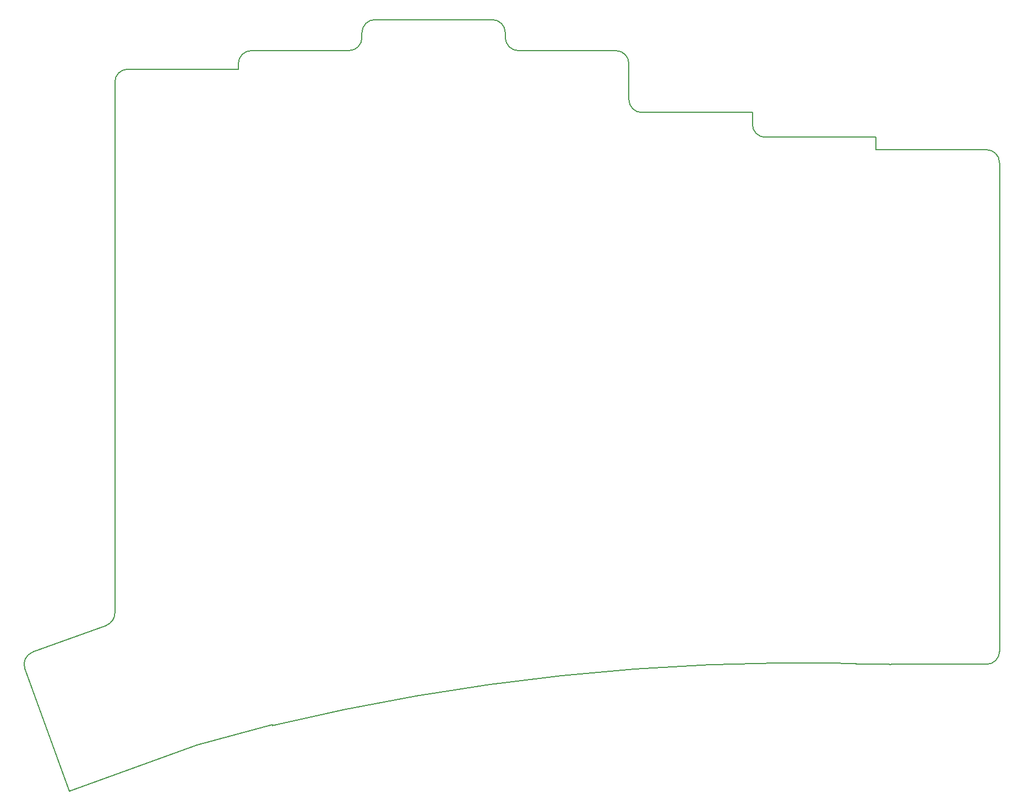
<source format=gbr>
%TF.GenerationSoftware,KiCad,Pcbnew,9.0.3-1.fc42*%
%TF.CreationDate,2025-08-21T15:19:56+02:00*%
%TF.ProjectId,right,72696768-742e-46b6-9963-61645f706362,v1.0.0*%
%TF.SameCoordinates,Original*%
%TF.FileFunction,Profile,NP*%
%FSLAX46Y46*%
G04 Gerber Fmt 4.6, Leading zero omitted, Abs format (unit mm)*
G04 Created by KiCad (PCBNEW 9.0.3-1.fc42) date 2025-08-21 15:19:56*
%MOMM*%
%LPD*%
G01*
G04 APERTURE LIST*
%TA.AperFunction,Profile*%
%ADD10C,0.150000*%
%TD*%
G04 APERTURE END LIST*
D10*
X368025000Y-131825000D02*
X368025000Y-129920000D01*
X250975000Y-203142040D02*
G75*
G02*
X249659049Y-205021452I-2000100J40D01*
G01*
X269975000Y-118585000D02*
X269975000Y-119442500D01*
X330025000Y-124110000D02*
X330025000Y-118585000D01*
X351025000Y-129920000D02*
G75*
G02*
X349025000Y-127920000I0J2000000D01*
G01*
X249659040Y-205021426D02*
X238334263Y-209143307D01*
X385025000Y-131825000D02*
G75*
G02*
X387025000Y-133825000I0J-2000000D01*
G01*
X250975000Y-203142040D02*
X250975000Y-121442500D01*
X364975000Y-210878445D02*
X364975000Y-211025000D01*
X311025000Y-114585000D02*
X311025000Y-113822500D01*
X263636354Y-223399219D02*
X275199969Y-220300758D01*
X328025000Y-116585000D02*
G75*
G02*
X330025000Y-118585000I0J-2000000D01*
G01*
X364975000Y-211025000D02*
X369848094Y-211025000D01*
X243996422Y-230547570D02*
X263636354Y-223399219D01*
X269975000Y-119442500D02*
X252975000Y-119442500D01*
X369848094Y-211025000D02*
X370286701Y-211041524D01*
X313025000Y-116585000D02*
G75*
G02*
X311025000Y-114585000I0J2000000D01*
G01*
X387025000Y-209025000D02*
X387025000Y-133825000D01*
X269975000Y-118585000D02*
G75*
G02*
X271975000Y-116585000I2000000J0D01*
G01*
X288975000Y-113822500D02*
X288975000Y-114585000D01*
X288975000Y-114585000D02*
G75*
G02*
X286975000Y-116585000I-2000000J0D01*
G01*
X309025000Y-111822500D02*
X290975000Y-111822500D01*
X275225539Y-220445772D02*
G75*
G02*
X364975000Y-210878446I81664961J-340339228D01*
G01*
X368025000Y-129920000D02*
X351025000Y-129920000D01*
X385025000Y-131825000D02*
X368025000Y-131825000D01*
X349025000Y-127920000D02*
X349025000Y-126110000D01*
X286975000Y-116585000D02*
X271975000Y-116585000D01*
X349025000Y-126110000D02*
X332025000Y-126110000D01*
X370286701Y-211041524D02*
X370283787Y-211025000D01*
X237138918Y-211706733D02*
X243996422Y-230547570D01*
X387025000Y-209025000D02*
G75*
G02*
X385025000Y-211025000I-2000000J0D01*
G01*
X309025000Y-111822500D02*
G75*
G02*
X311025000Y-113822500I0J-2000000D01*
G01*
X370283787Y-211025000D02*
X385025000Y-211025000D01*
X250975000Y-121442500D02*
G75*
G02*
X252975000Y-119442500I2000000J0D01*
G01*
X237138918Y-211706733D02*
G75*
G02*
X238334267Y-209143318I1879382J684033D01*
G01*
X275199969Y-220300758D02*
X275225539Y-220445772D01*
X332025000Y-126110000D02*
G75*
G02*
X330025000Y-124110000I0J2000000D01*
G01*
X328025000Y-116585000D02*
X313025000Y-116585000D01*
X288975000Y-113822500D02*
G75*
G02*
X290975000Y-111822500I2000000J0D01*
G01*
M02*

</source>
